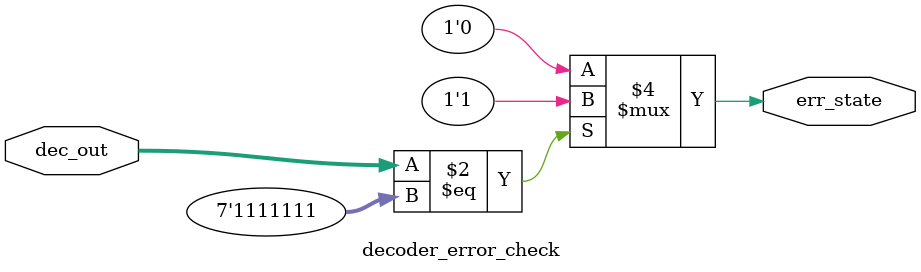
<source format=v>
module decoder_error_check(input [0:6] dec_out, 
									output reg err_state);
									
	always @(dec_out) begin
		if(dec_out == 7'b1111111)
			err_state = 1'b1;
		else 
			err_state = 1'b0;
	end
	
endmodule

</source>
